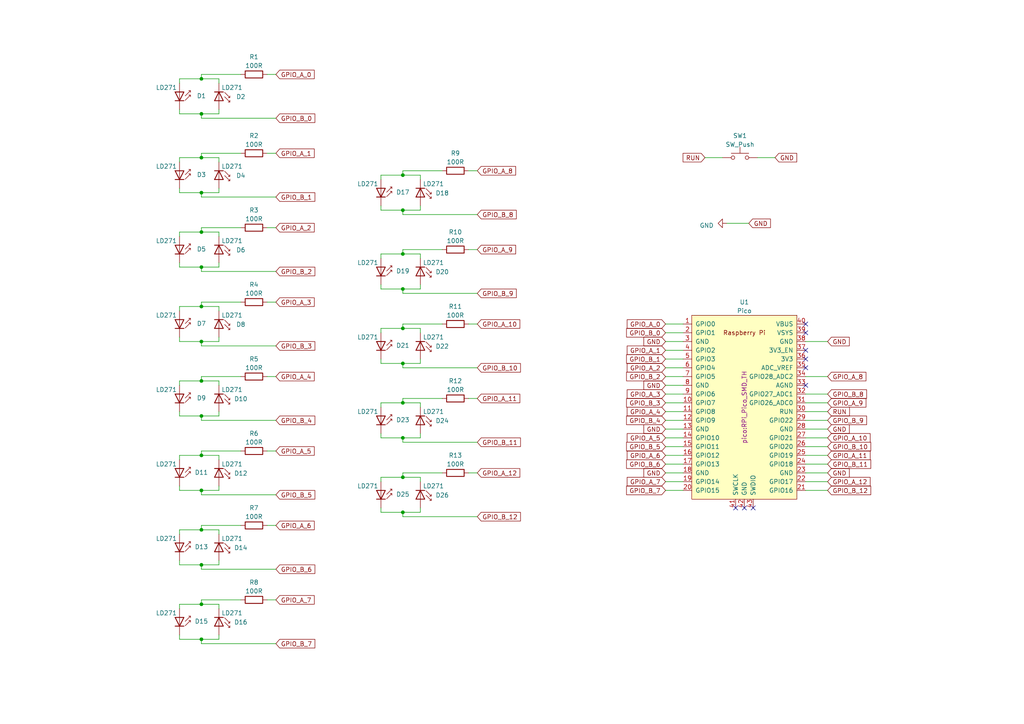
<source format=kicad_sch>
(kicad_sch (version 20230121) (generator eeschema)
  (paper "A4")
  (title_block (title "Raspberry Pi Pico DIO Tester") (rev "A00") (company "Panduza"))
  (lib_symbols
    (symbol "Device:R" (pin_numbers hide) (pin_names (offset 0))
      (property "Reference" "R" (at 2.032 0 90))
      (property "Value" "R" (at 0 0 90))
      (symbol "R_0_1"
        (rectangle (start -1.016 -2.54) (end 1.016 2.54) (stroke (width 0.254)))
      )
      (symbol "R_1_1"
        (pin passive line (at 0 3.81 270) (length 1.27) (name "~") (number "1"))
        (pin passive line (at 0 -3.81 90) (length 1.27) (name "~") (number "2"))
      )
    )
    (symbol "LED:LD271" (pin_numbers hide) (pin_names (offset 1.016) hide)
      (property "Reference" "D" (at 0.508 1.778 0))
      (property "Value" "LD271" (at -1.016 -2.794 0))
      (symbol "LD271_0_1"
        (polyline (pts (xy -2.54 1.27) (xy -2.54 -1.27)) (stroke (width 0.254)))
        (polyline (pts (xy 0 0) (xy -2.54 0)))
        (polyline (pts (xy 0.381 3.175) (xy -0.127 3.175)))
        (polyline (pts (xy -1.143 1.651) (xy 0.381 3.175) (xy 0.381 2.667)))
        (polyline (pts (xy 0 -1.27) (xy -2.54 0) (xy 0 1.27) (xy 0 -1.27)) (stroke (width 0.254)))
        (polyline (pts (xy -2.413 1.651) (xy -0.889 3.175) (xy -0.889 2.667) (xy -0.889 3.175) (xy -1.397 3.175)))
      )
      (symbol "LD271_1_1"
        (pin passive line (at -5.08 0 0) (length 2.54) (name "K") (number "1"))
        (pin passive line (at 2.54 0 180) (length 2.54) (name "A") (number "2"))
      )
    )
    (symbol "Switch:SW_Push" (pin_numbers hide) (pin_names (offset 1.016) hide)
      (property "Reference" "SW" (at 1.27 2.54 0))
      (property "Value" "SW_Push" (at 0 -1.524 0))
      (symbol "SW_Push_0_1"
        (circle (center -2.032 0) (radius 0.508))
        (polyline (pts (xy 0 1.27) (xy 0 3.048)))
        (polyline (pts (xy 2.54 1.27) (xy -2.54 1.27)))
        (circle (center 2.032 0) (radius 0.508))
        (pin passive line (at -5.08 0 0) (length 2.54) (name "1") (number "1"))
        (pin passive line (at 5.08 0 180) (length 2.54) (name "2") (number "2"))
      )
    )
    (symbol "pico:Pico" (pin_names (offset 1.016))
      (property "Reference" "U" (at -13.97 27.94 0))
      (property "Value" "Pico" (at 0 19.05 0))
      (symbol "Pico_0_0"
        (text "Raspberry Pi" (at 0 21.59 0) (effects (font (size 1.27 1.27))))
      )
      (symbol "Pico_0_1"
        (rectangle (start -15.24 26.67) (end 15.24 -26.67) (fill (type background)))
      )
      (symbol "Pico_1_1"
        (pin bidirectional line (at -17.78 24.13 0) (length 2.54) (name "GPIO0") (number "1"))
        (pin bidirectional line (at -17.78 1.27 0) (length 2.54) (name "GPIO7") (number "10"))
        (pin bidirectional line (at -17.78 -1.27 0) (length 2.54) (name "GPIO8") (number "11"))
        (pin bidirectional line (at -17.78 -3.81 0) (length 2.54) (name "GPIO9") (number "12"))
        (pin power_in line (at -17.78 -6.35 0) (length 2.54) (name "GND") (number "13"))
        (pin bidirectional line (at -17.78 -8.89 0) (length 2.54) (name "GPIO10") (number "14"))
        (pin bidirectional line (at -17.78 -11.43 0) (length 2.54) (name "GPIO11") (number "15"))
        (pin bidirectional line (at -17.78 -13.97 0) (length 2.54) (name "GPIO12") (number "16"))
        (pin bidirectional line (at -17.78 -16.51 0) (length 2.54) (name "GPIO13") (number "17"))
        (pin power_in line (at -17.78 -19.05 0) (length 2.54) (name "GND") (number "18"))
        (pin bidirectional line (at -17.78 -21.59 0) (length 2.54) (name "GPIO14") (number "19"))
        (pin bidirectional line (at -17.78 21.59 0) (length 2.54) (name "GPIO1") (number "2"))
        (pin bidirectional line (at -17.78 -24.13 0) (length 2.54) (name "GPIO15") (number "20"))
        (pin bidirectional line (at 17.78 -24.13 180) (length 2.54) (name "GPIO16") (number "21"))
        (pin bidirectional line (at 17.78 -21.59 180) (length 2.54) (name "GPIO17") (number "22"))
        (pin power_in line (at 17.78 -19.05 180) (length 2.54) (name "GND") (number "23"))
        (pin bidirectional line (at 17.78 -16.51 180) (length 2.54) (name "GPIO18") (number "24"))
        (pin bidirectional line (at 17.78 -13.97 180) (length 2.54) (name "GPIO19") (number "25"))
        (pin bidirectional line (at 17.78 -11.43 180) (length 2.54) (name "GPIO20") (number "26"))
        (pin bidirectional line (at 17.78 -8.89 180) (length 2.54) (name "GPIO21") (number "27"))
        (pin power_in line (at 17.78 -6.35 180) (length 2.54) (name "GND") (number "28"))
        (pin bidirectional line (at 17.78 -3.81 180) (length 2.54) (name "GPIO22") (number "29"))
        (pin power_in line (at -17.78 19.05 0) (length 2.54) (name "GND") (number "3"))
        (pin input line (at 17.78 -1.27 180) (length 2.54) (name "RUN") (number "30"))
        (pin bidirectional line (at 17.78 1.27 180) (length 2.54) (name "GPIO26_ADC0") (number "31"))
        (pin bidirectional line (at 17.78 3.81 180) (length 2.54) (name "GPIO27_ADC1") (number "32"))
        (pin power_in line (at 17.78 6.35 180) (length 2.54) (name "AGND") (number "33"))
        (pin bidirectional line (at 17.78 8.89 180) (length 2.54) (name "GPIO28_ADC2") (number "34"))
        (pin unspecified line (at 17.78 11.43 180) (length 2.54) (name "ADC_VREF") (number "35"))
        (pin unspecified line (at 17.78 13.97 180) (length 2.54) (name "3V3") (number "36"))
        (pin input line (at 17.78 16.51 180) (length 2.54) (name "3V3_EN") (number "37"))
        (pin bidirectional line (at 17.78 19.05 180) (length 2.54) (name "GND") (number "38"))
        (pin unspecified line (at 17.78 21.59 180) (length 2.54) (name "VSYS") (number "39"))
        (pin bidirectional line (at -17.78 16.51 0) (length 2.54) (name "GPIO2") (number "4"))
        (pin unspecified line (at 17.78 24.13 180) (length 2.54) (name "VBUS") (number "40"))
        (pin input line (at -2.54 -29.21 90) (length 2.54) (name "SWCLK") (number "41"))
        (pin power_in line (at 0 -29.21 90) (length 2.54) (name "GND") (number "42"))
        (pin bidirectional line (at 2.54 -29.21 90) (length 2.54) (name "SWDIO") (number "43"))
        (pin bidirectional line (at -17.78 13.97 0) (length 2.54) (name "GPIO3") (number "5"))
        (pin bidirectional line (at -17.78 11.43 0) (length 2.54) (name "GPIO4") (number "6"))
        (pin bidirectional line (at -17.78 8.89 0) (length 2.54) (name "GPIO5") (number "7"))
        (pin power_in line (at -17.78 6.35 0) (length 2.54) (name "GND") (number "8"))
        (pin bidirectional line (at -17.78 3.81 0) (length 2.54) (name "GPIO6") (number "9"))
      )
    )
    (symbol "power:GND" (power) (pin_names (offset 0))
      (property "Value" "GND" (at 0 -3.81 0))
      (symbol "GND_0_1"
        (polyline (pts (xy 0 0) (xy 0 -1.27) (xy 1.27 -1.27) (xy 0 -2.54) (xy -1.27 -1.27) (xy 0 -1.27)))
      )
      (symbol "GND_1_1"
        (pin power_in line (at 0 0 270) (length 0) hide (name "GND") (number "1"))
      )
    )
  )
  (junction (at 116.84 116.84))
  (junction (at 58.42 45.72))
  (junction (at 58.42 33.02))
  (junction (at 116.84 127))
  (junction (at 116.84 148.59))
  (junction (at 58.42 175.26))
  (junction (at 58.42 132.08))
  (junction (at 58.42 110.49))
  (junction (at 116.84 83.82))
  (junction (at 116.84 73.66))
  (junction (at 58.42 163.83))
  (junction (at 116.84 95.25))
  (junction (at 116.84 50.8))
  (junction (at 58.42 99.06))
  (junction (at 58.42 67.31))
  (junction (at 58.42 185.42))
  (junction (at 58.42 77.47))
  (junction (at 58.42 153.67))
  (junction (at 58.42 120.65))
  (junction (at 58.42 88.9))
  (junction (at 116.84 105.41))
  (junction (at 116.84 138.43))
  (junction (at 58.42 22.86))
  (junction (at 58.42 55.88))
  (junction (at 116.84 60.96))
  (junction (at 58.42 142.24))
  (no_connect (at 233.68 111.76))
  (no_connect (at 233.68 96.52))
  (no_connect (at 215.9 147.32))
  (no_connect (at 233.68 104.14))
  (no_connect (at 213.36 147.32))
  (no_connect (at 233.68 106.68))
  (no_connect (at 233.68 101.6))
  (no_connect (at 233.68 93.98))
  (no_connect (at 218.44 147.32))
  (wire (pts (xy 193.04 139.7) (xy 198.12 139.7)))
  (wire (pts (xy 52.07 176.53) (xy 52.07 175.26)))
  (wire (pts (xy 58.42 152.4) (xy 69.85 152.4)))
  (wire (pts (xy 116.84 138.43) (xy 121.92 138.43)))
  (wire (pts (xy 63.5 110.49) (xy 63.5 111.76)))
  (wire (pts (xy 193.04 127) (xy 198.12 127)))
  (wire (pts (xy 193.04 96.52) (xy 198.12 96.52)))
  (wire (pts (xy 219.71 45.72) (xy 224.79 45.72)))
  (wire (pts (xy 193.04 111.76) (xy 198.12 111.76)))
  (wire (pts (xy 233.68 116.84) (xy 240.03 116.84)))
  (wire (pts (xy 193.04 109.22) (xy 198.12 109.22)))
  (wire (pts (xy 58.42 66.04) (xy 58.42 67.31)))
  (wire (pts (xy 110.49 125.73) (xy 110.49 127)))
  (wire (pts (xy 193.04 129.54) (xy 198.12 129.54)))
  (wire (pts (xy 63.5 77.47) (xy 58.42 77.47)))
  (wire (pts (xy 63.5 163.83) (xy 63.5 162.56)))
  (wire (pts (xy 58.42 109.22) (xy 58.42 110.49)))
  (wire (pts (xy 193.04 124.46) (xy 198.12 124.46)))
  (wire (pts (xy 58.42 100.33) (xy 58.42 99.06)))
  (wire (pts (xy 116.84 116.84) (xy 121.92 116.84)))
  (wire (pts (xy 58.42 143.51) (xy 58.42 142.24)))
  (wire (pts (xy 63.5 45.72) (xy 63.5 46.99)))
  (wire (pts (xy 58.42 173.99) (xy 58.42 175.26)))
  (wire (pts (xy 193.04 116.84) (xy 198.12 116.84)))
  (wire (pts (xy 58.42 87.63) (xy 58.42 88.9)))
  (wire (pts (xy 121.92 83.82) (xy 121.92 82.55)))
  (wire (pts (xy 63.5 55.88) (xy 58.42 55.88)))
  (wire (pts (xy 52.07 111.76) (xy 52.07 110.49)))
  (wire (pts (xy 135.89 137.16) (xy 138.43 137.16)))
  (wire (pts (xy 193.04 93.98) (xy 198.12 93.98)))
  (wire (pts (xy 116.84 95.25) (xy 121.92 95.25)))
  (wire (pts (xy 110.49 104.14) (xy 110.49 105.41)))
  (wire (pts (xy 52.07 31.75) (xy 52.07 33.02)))
  (wire (pts (xy 52.07 24.13) (xy 52.07 22.86)))
  (wire (pts (xy 193.04 106.68) (xy 198.12 106.68)))
  (wire (pts (xy 193.04 137.16) (xy 198.12 137.16)))
  (wire (pts (xy 121.92 50.8) (xy 121.92 52.07)))
  (wire (pts (xy 193.04 104.14) (xy 198.12 104.14)))
  (wire (pts (xy 110.49 73.66) (xy 116.84 73.66)))
  (wire (pts (xy 110.49 50.8) (xy 116.84 50.8)))
  (wire (pts (xy 52.07 46.99) (xy 52.07 45.72)))
  (wire (pts (xy 116.84 72.39) (xy 116.84 73.66)))
  (wire (pts (xy 116.84 128.27) (xy 138.43 128.27)))
  (wire (pts (xy 63.5 185.42) (xy 58.42 185.42)))
  (wire (pts (xy 110.49 147.32) (xy 110.49 148.59)))
  (wire (pts (xy 121.92 127) (xy 116.84 127)))
  (wire (pts (xy 58.42 78.74) (xy 80.01 78.74)))
  (wire (pts (xy 116.84 50.8) (xy 121.92 50.8)))
  (wire (pts (xy 58.42 175.26) (xy 63.5 175.26)))
  (wire (pts (xy 233.68 121.92) (xy 240.03 121.92)))
  (wire (pts (xy 116.84 60.96) (xy 110.49 60.96)))
  (wire (pts (xy 63.5 22.86) (xy 63.5 24.13)))
  (wire (pts (xy 58.42 57.15) (xy 80.01 57.15)))
  (wire (pts (xy 121.92 127) (xy 121.92 125.73)))
  (wire (pts (xy 52.07 90.17) (xy 52.07 88.9)))
  (wire (pts (xy 52.07 54.61) (xy 52.07 55.88)))
  (wire (pts (xy 58.42 165.1) (xy 58.42 163.83)))
  (wire (pts (xy 52.07 133.35) (xy 52.07 132.08)))
  (wire (pts (xy 52.07 88.9) (xy 58.42 88.9)))
  (wire (pts (xy 116.84 93.98) (xy 128.27 93.98)))
  (wire (pts (xy 63.5 185.42) (xy 63.5 184.15)))
  (wire (pts (xy 58.42 143.51) (xy 80.01 143.51)))
  (wire (pts (xy 77.47 130.81) (xy 80.01 130.81)))
  (wire (pts (xy 52.07 68.58) (xy 52.07 67.31)))
  (wire (pts (xy 63.5 132.08) (xy 63.5 133.35)))
  (wire (pts (xy 52.07 162.56) (xy 52.07 163.83)))
  (wire (pts (xy 135.89 115.57) (xy 138.43 115.57)))
  (wire (pts (xy 233.68 142.24) (xy 240.03 142.24)))
  (wire (pts (xy 116.84 106.68) (xy 138.43 106.68)))
  (wire (pts (xy 63.5 99.06) (xy 58.42 99.06)))
  (wire (pts (xy 58.42 22.86) (xy 63.5 22.86)))
  (wire (pts (xy 204.47 45.72) (xy 209.55 45.72)))
  (wire (pts (xy 121.92 95.25) (xy 121.92 96.52)))
  (wire (pts (xy 63.5 120.65) (xy 63.5 119.38)))
  (wire (pts (xy 116.84 62.23) (xy 116.84 60.96)))
  (wire (pts (xy 58.42 109.22) (xy 69.85 109.22)))
  (wire (pts (xy 52.07 175.26) (xy 58.42 175.26)))
  (wire (pts (xy 58.42 121.92) (xy 58.42 120.65)))
  (wire (pts (xy 116.84 83.82) (xy 110.49 83.82)))
  (wire (pts (xy 110.49 96.52) (xy 110.49 95.25)))
  (wire (pts (xy 63.5 142.24) (xy 58.42 142.24)))
  (wire (pts (xy 110.49 95.25) (xy 116.84 95.25)))
  (wire (pts (xy 121.92 60.96) (xy 116.84 60.96)))
  (wire (pts (xy 58.42 130.81) (xy 69.85 130.81)))
  (wire (pts (xy 63.5 67.31) (xy 63.5 68.58)))
  (wire (pts (xy 63.5 153.67) (xy 63.5 154.94)))
  (wire (pts (xy 58.42 34.29) (xy 58.42 33.02)))
  (wire (pts (xy 58.42 142.24) (xy 52.07 142.24)))
  (wire (pts (xy 77.47 109.22) (xy 80.01 109.22)))
  (wire (pts (xy 58.42 78.74) (xy 58.42 77.47)))
  (wire (pts (xy 58.42 99.06) (xy 52.07 99.06)))
  (wire (pts (xy 233.68 139.7) (xy 240.03 139.7)))
  (wire (pts (xy 58.42 186.69) (xy 58.42 185.42)))
  (wire (pts (xy 58.42 163.83) (xy 52.07 163.83)))
  (wire (pts (xy 233.68 124.46) (xy 240.03 124.46)))
  (wire (pts (xy 58.42 57.15) (xy 58.42 55.88)))
  (wire (pts (xy 116.84 72.39) (xy 128.27 72.39)))
  (wire (pts (xy 233.68 129.54) (xy 240.03 129.54)))
  (wire (pts (xy 58.42 44.45) (xy 69.85 44.45)))
  (wire (pts (xy 121.92 116.84) (xy 121.92 118.11)))
  (wire (pts (xy 233.68 99.06) (xy 240.03 99.06)))
  (wire (pts (xy 121.92 138.43) (xy 121.92 139.7)))
  (wire (pts (xy 116.84 137.16) (xy 116.84 138.43)))
  (wire (pts (xy 52.07 110.49) (xy 58.42 110.49)))
  (wire (pts (xy 58.42 110.49) (xy 63.5 110.49)))
  (wire (pts (xy 63.5 120.65) (xy 58.42 120.65)))
  (wire (pts (xy 58.42 21.59) (xy 58.42 22.86)))
  (wire (pts (xy 135.89 72.39) (xy 138.43 72.39)))
  (wire (pts (xy 52.07 45.72) (xy 58.42 45.72)))
  (wire (pts (xy 116.84 149.86) (xy 116.84 148.59)))
  (wire (pts (xy 110.49 139.7) (xy 110.49 138.43)))
  (wire (pts (xy 233.68 114.3) (xy 240.03 114.3)))
  (wire (pts (xy 77.47 21.59) (xy 80.01 21.59)))
  (wire (pts (xy 58.42 77.47) (xy 52.07 77.47)))
  (wire (pts (xy 135.89 93.98) (xy 138.43 93.98)))
  (wire (pts (xy 58.42 88.9) (xy 63.5 88.9)))
  (wire (pts (xy 116.84 115.57) (xy 116.84 116.84)))
  (wire (pts (xy 121.92 105.41) (xy 116.84 105.41)))
  (wire (pts (xy 116.84 93.98) (xy 116.84 95.25)))
  (wire (pts (xy 77.47 66.04) (xy 80.01 66.04)))
  (wire (pts (xy 58.42 44.45) (xy 58.42 45.72)))
  (wire (pts (xy 116.84 115.57) (xy 128.27 115.57)))
  (wire (pts (xy 193.04 101.6) (xy 198.12 101.6)))
  (wire (pts (xy 58.42 173.99) (xy 69.85 173.99)))
  (wire (pts (xy 110.49 59.69) (xy 110.49 60.96)))
  (wire (pts (xy 52.07 119.38) (xy 52.07 120.65)))
  (wire (pts (xy 63.5 55.88) (xy 63.5 54.61)))
  (wire (pts (xy 63.5 163.83) (xy 58.42 163.83)))
  (wire (pts (xy 52.07 97.79) (xy 52.07 99.06)))
  (wire (pts (xy 63.5 33.02) (xy 58.42 33.02)))
  (wire (pts (xy 52.07 132.08) (xy 58.42 132.08)))
  (wire (pts (xy 135.89 49.53) (xy 138.43 49.53)))
  (wire (pts (xy 116.84 128.27) (xy 116.84 127)))
  (wire (pts (xy 52.07 153.67) (xy 58.42 153.67)))
  (wire (pts (xy 63.5 142.24) (xy 63.5 140.97)))
  (wire (pts (xy 116.84 62.23) (xy 138.43 62.23)))
  (wire (pts (xy 58.42 33.02) (xy 52.07 33.02)))
  (wire (pts (xy 116.84 148.59) (xy 110.49 148.59)))
  (wire (pts (xy 58.42 153.67) (xy 63.5 153.67)))
  (wire (pts (xy 110.49 82.55) (xy 110.49 83.82)))
  (wire (pts (xy 233.68 132.08) (xy 240.03 132.08)))
  (wire (pts (xy 193.04 99.06) (xy 198.12 99.06)))
  (wire (pts (xy 116.84 85.09) (xy 116.84 83.82)))
  (wire (pts (xy 58.42 165.1) (xy 80.01 165.1)))
  (wire (pts (xy 77.47 87.63) (xy 80.01 87.63)))
  (wire (pts (xy 58.42 121.92) (xy 80.01 121.92)))
  (wire (pts (xy 58.42 55.88) (xy 52.07 55.88)))
  (wire (pts (xy 52.07 76.2) (xy 52.07 77.47)))
  (wire (pts (xy 110.49 74.93) (xy 110.49 73.66)))
  (wire (pts (xy 58.42 100.33) (xy 80.01 100.33)))
  (wire (pts (xy 116.84 105.41) (xy 110.49 105.41)))
  (wire (pts (xy 110.49 52.07) (xy 110.49 50.8)))
  (wire (pts (xy 116.84 73.66) (xy 121.92 73.66)))
  (wire (pts (xy 193.04 142.24) (xy 198.12 142.24)))
  (wire (pts (xy 58.42 21.59) (xy 69.85 21.59)))
  (wire (pts (xy 52.07 22.86) (xy 58.42 22.86)))
  (wire (pts (xy 233.68 109.22) (xy 240.03 109.22)))
  (wire (pts (xy 58.42 185.42) (xy 52.07 185.42)))
  (wire (pts (xy 193.04 121.92) (xy 198.12 121.92)))
  (wire (pts (xy 58.42 45.72) (xy 63.5 45.72)))
  (wire (pts (xy 52.07 67.31) (xy 58.42 67.31)))
  (wire (pts (xy 52.07 140.97) (xy 52.07 142.24)))
  (wire (pts (xy 121.92 148.59) (xy 116.84 148.59)))
  (wire (pts (xy 116.84 106.68) (xy 116.84 105.41)))
  (wire (pts (xy 63.5 33.02) (xy 63.5 31.75)))
  (wire (pts (xy 193.04 134.62) (xy 198.12 134.62)))
  (wire (pts (xy 217.17 64.77) (xy 210.82 64.77)))
  (wire (pts (xy 116.84 137.16) (xy 128.27 137.16)))
  (wire (pts (xy 116.84 85.09) (xy 138.43 85.09)))
  (wire (pts (xy 63.5 175.26) (xy 63.5 176.53)))
  (wire (pts (xy 233.68 134.62) (xy 240.03 134.62)))
  (wire (pts (xy 77.47 44.45) (xy 80.01 44.45)))
  (wire (pts (xy 110.49 118.11) (xy 110.49 116.84)))
  (wire (pts (xy 58.42 87.63) (xy 69.85 87.63)))
  (wire (pts (xy 116.84 127) (xy 110.49 127)))
  (wire (pts (xy 121.92 60.96) (xy 121.92 59.69)))
  (wire (pts (xy 63.5 88.9) (xy 63.5 90.17)))
  (wire (pts (xy 193.04 114.3) (xy 198.12 114.3)))
  (wire (pts (xy 121.92 148.59) (xy 121.92 147.32)))
  (wire (pts (xy 121.92 105.41) (xy 121.92 104.14)))
  (wire (pts (xy 116.84 49.53) (xy 128.27 49.53)))
  (wire (pts (xy 116.84 149.86) (xy 138.43 149.86)))
  (wire (pts (xy 58.42 132.08) (xy 63.5 132.08)))
  (wire (pts (xy 121.92 83.82) (xy 116.84 83.82)))
  (wire (pts (xy 110.49 138.43) (xy 116.84 138.43)))
  (wire (pts (xy 63.5 77.47) (xy 63.5 76.2)))
  (wire (pts (xy 58.42 34.29) (xy 80.01 34.29)))
  (wire (pts (xy 121.92 73.66) (xy 121.92 74.93)))
  (wire (pts (xy 233.68 119.38) (xy 240.03 119.38)))
  (wire (pts (xy 77.47 152.4) (xy 80.01 152.4)))
  (wire (pts (xy 116.84 49.53) (xy 116.84 50.8)))
  (wire (pts (xy 58.42 67.31) (xy 63.5 67.31)))
  (wire (pts (xy 193.04 119.38) (xy 198.12 119.38)))
  (wire (pts (xy 58.42 66.04) (xy 69.85 66.04)))
  (wire (pts (xy 58.42 186.69) (xy 80.01 186.69)))
  (wire (pts (xy 77.47 173.99) (xy 80.01 173.99)))
  (wire (pts (xy 52.07 154.94) (xy 52.07 153.67)))
  (wire (pts (xy 58.42 130.81) (xy 58.42 132.08)))
  (wire (pts (xy 63.5 99.06) (xy 63.5 97.79)))
  (wire (pts (xy 52.07 184.15) (xy 52.07 185.42)))
  (wire (pts (xy 110.49 116.84) (xy 116.84 116.84)))
  (wire (pts (xy 58.42 152.4) (xy 58.42 153.67)))
  (wire (pts (xy 233.68 127) (xy 240.03 127)))
  (wire (pts (xy 233.68 137.16) (xy 240.03 137.16)))
  (wire (pts (xy 193.04 132.08) (xy 198.12 132.08)))
  (wire (pts (xy 58.42 120.65) (xy 52.07 120.65)))
  (global_label "GND" (shape input) (at 193.04 124.46 180) (property "Intersheetrefs" "${INTERSHEET_REFS}" (effects hide)))
  (global_label "GPIO_B_2" (shape input) (at 193.04 109.22 180) (property "Intersheetrefs" "${INTERSHEET_REFS}" (effects hide)))
  (global_label "GPIO_B_4" (shape input) (at 80.01 121.92 0) (property "Intersheetrefs" "${INTERSHEET_REFS}" (effects hide)))
  (global_label "GPIO_B_11" (shape input) (at 138.43 128.27 0) (property "Intersheetrefs" "${INTERSHEET_REFS}" (effects hide)))
  (global_label "GPIO_A_0" (shape input) (at 193.04 93.98 180) (property "Intersheetrefs" "${INTERSHEET_REFS}" (effects hide)))
  (global_label "GPIO_B_3" (shape input) (at 193.04 116.84 180) (property "Intersheetrefs" "${INTERSHEET_REFS}" (effects hide)))
  (global_label "GPIO_A_11" (shape input) (at 138.43 115.57 0) (property "Intersheetrefs" "${INTERSHEET_REFS}" (effects hide)))
  (global_label "GPIO_A_5" (shape input) (at 193.04 127 180) (property "Intersheetrefs" "${INTERSHEET_REFS}" (effects hide)))
  (global_label "GPIO_A_12" (shape input) (at 240.03 139.7 0) (property "Intersheetrefs" "${INTERSHEET_REFS}" (effects hide)))
  (global_label "GPIO_B_5" (shape input) (at 80.01 143.51 0) (property "Intersheetrefs" "${INTERSHEET_REFS}" (effects hide)))
  (global_label "GND" (shape input) (at 193.04 137.16 180) (property "Intersheetrefs" "${INTERSHEET_REFS}" (effects hide)))
  (global_label "GPIO_B_1" (shape input) (at 193.04 104.14 180) (property "Intersheetrefs" "${INTERSHEET_REFS}" (effects hide)))
  (global_label "GPIO_A_7" (shape input) (at 80.01 173.99 0) (property "Intersheetrefs" "${INTERSHEET_REFS}" (effects hide)))
  (global_label "GPIO_B_6" (shape input) (at 193.04 134.62 180) (property "Intersheetrefs" "${INTERSHEET_REFS}" (effects hide)))
  (global_label "GPIO_A_9" (shape input) (at 240.03 116.84 0) (property "Intersheetrefs" "${INTERSHEET_REFS}" (effects hide)))
  (global_label "GPIO_B_1" (shape input) (at 80.01 57.15 0) (property "Intersheetrefs" "${INTERSHEET_REFS}" (effects hide)))
  (global_label "GPIO_A_9" (shape input) (at 138.43 72.39 0) (property "Intersheetrefs" "${INTERSHEET_REFS}" (effects hide)))
  (global_label "GPIO_B_9" (shape input) (at 240.03 121.92 0) (property "Intersheetrefs" "${INTERSHEET_REFS}" (effects hide)))
  (global_label "GPIO_B_4" (shape input) (at 193.04 121.92 180) (property "Intersheetrefs" "${INTERSHEET_REFS}" (effects hide)))
  (global_label "GPIO_A_3" (shape input) (at 80.01 87.63 0) (property "Intersheetrefs" "${INTERSHEET_REFS}" (effects hide)))
  (global_label "GPIO_A_3" (shape input) (at 193.04 114.3 180) (property "Intersheetrefs" "${INTERSHEET_REFS}" (effects hide)))
  (global_label "GPIO_B_8" (shape input) (at 240.03 114.3 0) (property "Intersheetrefs" "${INTERSHEET_REFS}" (effects hide)))
  (global_label "GPIO_A_1" (shape input) (at 193.04 101.6 180) (property "Intersheetrefs" "${INTERSHEET_REFS}" (effects hide)))
  (global_label "GPIO_B_3" (shape input) (at 80.01 100.33 0) (property "Intersheetrefs" "${INTERSHEET_REFS}" (effects hide)))
  (global_label "GPIO_A_2" (shape input) (at 80.01 66.04 0) (property "Intersheetrefs" "${INTERSHEET_REFS}" (effects hide)))
  (global_label "GND" (shape input) (at 224.79 45.72 0) (property "Intersheetrefs" "${INTERSHEET_REFS}" (effects hide)))
  (global_label "GPIO_B_12" (shape input) (at 240.03 142.24 0) (property "Intersheetrefs" "${INTERSHEET_REFS}" (effects hide)))
  (global_label "GPIO_B_7" (shape input) (at 80.01 186.69 0) (property "Intersheetrefs" "${INTERSHEET_REFS}" (effects hide)))
  (global_label "GPIO_B_6" (shape input) (at 80.01 165.1 0) (property "Intersheetrefs" "${INTERSHEET_REFS}" (effects hide)))
  (global_label "GND" (shape input) (at 240.03 137.16 0) (property "Intersheetrefs" "${INTERSHEET_REFS}" (effects hide)))
  (global_label "GPIO_B_0" (shape input) (at 193.04 96.52 180) (property "Intersheetrefs" "${INTERSHEET_REFS}" (effects hide)))
  (global_label "GND" (shape input) (at 193.04 99.06 180) (property "Intersheetrefs" "${INTERSHEET_REFS}" (effects hide)))
  (global_label "GPIO_B_8" (shape input) (at 138.43 62.23 0) (property "Intersheetrefs" "${INTERSHEET_REFS}" (effects hide)))
  (global_label "GND" (shape input) (at 240.03 99.06 0) (property "Intersheetrefs" "${INTERSHEET_REFS}" (effects hide)))
  (global_label "GND" (shape input) (at 240.03 124.46 0) (property "Intersheetrefs" "${INTERSHEET_REFS}" (effects hide)))
  (global_label "GPIO_A_7" (shape input) (at 193.04 139.7 180) (property "Intersheetrefs" "${INTERSHEET_REFS}" (effects hide)))
  (global_label "GPIO_B_10" (shape input) (at 138.43 106.68 0) (property "Intersheetrefs" "${INTERSHEET_REFS}" (effects hide)))
  (global_label "GPIO_A_8" (shape input) (at 240.03 109.22 0) (property "Intersheetrefs" "${INTERSHEET_REFS}" (effects hide)))
  (global_label "GPIO_B_2" (shape input) (at 80.01 78.74 0) (property "Intersheetrefs" "${INTERSHEET_REFS}" (effects hide)))
  (global_label "GPIO_A_2" (shape input) (at 193.04 106.68 180) (property "Intersheetrefs" "${INTERSHEET_REFS}" (effects hide)))
  (global_label "GPIO_A_5" (shape input) (at 80.01 130.81 0) (property "Intersheetrefs" "${INTERSHEET_REFS}" (effects hide)))
  (global_label "GPIO_A_11" (shape input) (at 240.03 132.08 0) (property "Intersheetrefs" "${INTERSHEET_REFS}" (effects hide)))
  (global_label "GPIO_A_12" (shape input) (at 138.43 137.16 0) (property "Intersheetrefs" "${INTERSHEET_REFS}" (effects hide)))
  (global_label "RUN" (shape input) (at 240.03 119.38 0) (property "Intersheetrefs" "${INTERSHEET_REFS}" (effects hide)))
  (global_label "GPIO_B_0" (shape input) (at 80.01 34.29 0) (property "Intersheetrefs" "${INTERSHEET_REFS}" (effects hide)))
  (global_label "GPIO_A_8" (shape input) (at 138.43 49.53 0) (property "Intersheetrefs" "${INTERSHEET_REFS}" (effects hide)))
  (global_label "GPIO_B_9" (shape input) (at 138.43 85.09 0) (property "Intersheetrefs" "${INTERSHEET_REFS}" (effects hide)))
  (global_label "RUN" (shape input) (at 204.47 45.72 180) (property "Intersheetrefs" "${INTERSHEET_REFS}" (effects hide)))
  (global_label "GND" (shape input) (at 193.04 111.76 180) (property "Intersheetrefs" "${INTERSHEET_REFS}" (effects hide)))
  (global_label "GPIO_B_12" (shape input) (at 138.43 149.86 0) (property "Intersheetrefs" "${INTERSHEET_REFS}" (effects hide)))
  (global_label "GND" (shape input) (at 217.17 64.77 0) (property "Intersheetrefs" "${INTERSHEET_REFS}" (effects hide)))
  (global_label "GPIO_A_4" (shape input) (at 80.01 109.22 0) (property "Intersheetrefs" "${INTERSHEET_REFS}" (effects hide)))
  (global_label "GPIO_A_0" (shape input) (at 80.01 21.59 0) (property "Intersheetrefs" "${INTERSHEET_REFS}" (effects hide)))
  (global_label "GPIO_B_10" (shape input) (at 240.03 129.54 0) (property "Intersheetrefs" "${INTERSHEET_REFS}" (effects hide)))
  (global_label "GPIO_A_10" (shape input) (at 138.43 93.98 0) (property "Intersheetrefs" "${INTERSHEET_REFS}" (effects hide)))
  (global_label "GPIO_A_6" (shape input) (at 80.01 152.4 0) (property "Intersheetrefs" "${INTERSHEET_REFS}" (effects hide)))
  (global_label "GPIO_A_10" (shape input) (at 240.03 127 0) (property "Intersheetrefs" "${INTERSHEET_REFS}" (effects hide)))
  (global_label "GPIO_B_7" (shape input) (at 193.04 142.24 180) (property "Intersheetrefs" "${INTERSHEET_REFS}" (effects hide)))
  (global_label "GPIO_A_1" (shape input) (at 80.01 44.45 0) (property "Intersheetrefs" "${INTERSHEET_REFS}" (effects hide)))
  (global_label "GPIO_A_6" (shape input) (at 193.04 132.08 180) (property "Intersheetrefs" "${INTERSHEET_REFS}" (effects hide)))
  (global_label "GPIO_B_5" (shape input) (at 193.04 129.54 180) (property "Intersheetrefs" "${INTERSHEET_REFS}" (effects hide)))
  (global_label "GPIO_A_4" (shape input) (at 193.04 119.38 180) (property "Intersheetrefs" "${INTERSHEET_REFS}" (effects hide)))
  (global_label "GPIO_B_11" (shape input) (at 240.03 134.62 0) (property "Intersheetrefs" "${INTERSHEET_REFS}" (effects hide)))
  (symbol (lib_id "LED:LD271") (at 52.07 114.3 270) (mirror x) (unit 1)
    (property "Reference" "D9" (at 58.42 115.443 90))
    (property "Value" "LD271" (at 48.26 113.03 90))
    (property "Footprint" "LED_THT:LED_D5.0mm_IRGrey" (effects hide))
    (property "Datasheet" "http://www.alliedelec.com/m/d/40788c34903a719969df15f1fbea1056.pdf" (effects hide))
  )
  (symbol (lib_id "Device:R") (at 73.66 109.22 90) (unit 1)
    (property "Reference" "R5" (at 73.66 104.14 90))
    (property "Value" "100R" (at 73.66 106.68 90))
    (property "Footprint" "Resistor_THT:R_Axial_DIN0207_L6.3mm_D2.5mm_P7.62mm_Horizontal" (effects hide))
  )
  (symbol (lib_id "LED:LD271") (at 52.07 157.48 270) (mirror x) (unit 1)
    (property "Reference" "D13" (at 58.42 158.623 90))
    (property "Value" "LD271" (at 48.26 156.21 90))
    (property "Footprint" "LED_THT:LED_D5.0mm_IRGrey" (effects hide))
    (property "Datasheet" "http://www.alliedelec.com/m/d/40788c34903a719969df15f1fbea1056.pdf" (effects hide))
  )
  (symbol (lib_id "LED:LD271") (at 63.5 181.61 270) (unit 1)
    (property "Reference" "D16" (at 69.85 180.467 90))
    (property "Value" "LD271" (at 67.31 177.8 90))
    (property "Footprint" "LED_THT:LED_D5.0mm_IRGrey" (effects hide))
    (property "Datasheet" "http://www.alliedelec.com/m/d/40788c34903a719969df15f1fbea1056.pdf" (effects hide))
  )
  (symbol (lib_id "LED:LD271") (at 110.49 99.06 270) (mirror x) (unit 1)
    (property "Reference" "D21" (at 116.84 100.203 90))
    (property "Value" "LD271" (at 106.68 97.79 90))
    (property "Footprint" "LED_THT:LED_D5.0mm_IRGrey" (effects hide))
    (property "Datasheet" "http://www.alliedelec.com/m/d/40788c34903a719969df15f1fbea1056.pdf" (effects hide))
  )
  (symbol (lib_id "LED:LD271") (at 52.07 179.07 270) (mirror x) (unit 1)
    (property "Reference" "D15" (at 58.42 180.213 90))
    (property "Value" "LD271" (at 48.26 177.8 90))
    (property "Footprint" "LED_THT:LED_D5.0mm_IRGrey" (effects hide))
    (property "Datasheet" "http://www.alliedelec.com/m/d/40788c34903a719969df15f1fbea1056.pdf" (effects hide))
  )
  (symbol (lib_id "Switch:SW_Push") (at 214.63 45.72 0) (unit 1)
    (property "Reference" "SW1" (at 214.63 39.37 0))
    (property "Value" "SW_Push" (at 214.63 41.91 0))
    (property "Footprint" "Button_Switch_THT:SW_PUSH_6mm_H5mm" (effects hide))
  )
  (symbol (lib_id "LED:LD271") (at 52.07 26.67 270) (mirror x) (unit 1)
    (property "Reference" "D1" (at 58.42 27.813 90))
    (property "Value" "LD271" (at 48.26 25.4 90))
    (property "Footprint" "LED_THT:LED_D5.0mm_IRGrey" (effects hide))
    (property "Datasheet" "http://www.alliedelec.com/m/d/40788c34903a719969df15f1fbea1056.pdf" (effects hide))
  )
  (symbol (lib_id "LED:LD271") (at 63.5 160.02 270) (unit 1)
    (property "Reference" "D14" (at 69.85 158.877 90))
    (property "Value" "LD271" (at 67.31 156.21 90))
    (property "Footprint" "LED_THT:LED_D5.0mm_IRGrey" (effects hide))
    (property "Datasheet" "http://www.alliedelec.com/m/d/40788c34903a719969df15f1fbea1056.pdf" (effects hide))
  )
  (symbol (lib_id "LED:LD271") (at 63.5 95.25 270) (unit 1)
    (property "Reference" "D8" (at 69.85 94.107 90))
    (property "Value" "LD271" (at 67.31 91.44 90))
    (property "Footprint" "LED_THT:LED_D5.0mm_IRGrey" (effects hide))
    (property "Datasheet" "http://www.alliedelec.com/m/d/40788c34903a719969df15f1fbea1056.pdf" (effects hide))
  )
  (symbol (lib_id "Device:R") (at 132.08 115.57 90) (unit 1)
    (property "Reference" "R12" (at 132.08 110.49 90))
    (property "Value" "100R" (at 132.08 113.03 90))
    (property "Footprint" "Resistor_THT:R_Axial_DIN0207_L6.3mm_D2.5mm_P7.62mm_Horizontal" (effects hide))
  )
  (symbol (lib_id "LED:LD271") (at 121.92 80.01 270) (unit 1)
    (property "Reference" "D20" (at 128.27 78.867 90))
    (property "Value" "LD271" (at 125.73 76.2 90))
    (property "Footprint" "LED_THT:LED_D5.0mm_IRGrey" (effects hide))
    (property "Datasheet" "http://www.alliedelec.com/m/d/40788c34903a719969df15f1fbea1056.pdf" (effects hide))
  )
  (symbol (lib_id "LED:LD271") (at 52.07 71.12 270) (mirror x) (unit 1)
    (property "Reference" "D5" (at 58.42 72.263 90))
    (property "Value" "LD271" (at 48.26 69.85 90))
    (property "Footprint" "LED_THT:LED_D5.0mm_IRGrey" (effects hide))
    (property "Datasheet" "http://www.alliedelec.com/m/d/40788c34903a719969df15f1fbea1056.pdf" (effects hide))
  )
  (symbol (lib_id "LED:LD271") (at 110.49 142.24 270) (mirror x) (unit 1)
    (property "Reference" "D25" (at 116.84 143.383 90))
    (property "Value" "LD271" (at 106.68 140.97 90))
    (property "Footprint" "LED_THT:LED_D5.0mm_IRGrey" (effects hide))
    (property "Datasheet" "http://www.alliedelec.com/m/d/40788c34903a719969df15f1fbea1056.pdf" (effects hide))
  )
  (symbol (lib_id "Device:R") (at 132.08 93.98 90) (unit 1)
    (property "Reference" "R11" (at 132.08 88.9 90))
    (property "Value" "100R" (at 132.08 91.44 90))
    (property "Footprint" "Resistor_THT:R_Axial_DIN0207_L6.3mm_D2.5mm_P7.62mm_Horizontal" (effects hide))
  )
  (symbol (lib_id "LED:LD271") (at 121.92 123.19 270) (unit 1)
    (property "Reference" "D24" (at 128.27 122.047 90))
    (property "Value" "LD271" (at 125.73 119.38 90))
    (property "Footprint" "LED_THT:LED_D5.0mm_IRGrey" (effects hide))
    (property "Datasheet" "http://www.alliedelec.com/m/d/40788c34903a719969df15f1fbea1056.pdf" (effects hide))
  )
  (symbol (lib_id "LED:LD271") (at 52.07 92.71 270) (mirror x) (unit 1)
    (property "Reference" "D7" (at 58.42 93.853 90))
    (property "Value" "LD271" (at 48.26 91.44 90))
    (property "Footprint" "LED_THT:LED_D5.0mm_IRGrey" (effects hide))
    (property "Datasheet" "http://www.alliedelec.com/m/d/40788c34903a719969df15f1fbea1056.pdf" (effects hide))
  )
  (symbol (lib_id "pico:Pico") (at 215.9 118.11 0) (unit 1)
    (property "Reference" "U1" (at 215.9 87.63 0))
    (property "Value" "Pico" (at 215.9 90.17 0))
    (property "Footprint" "pico:RPi_Pico_SMD_TH" (at 215.9 118.11 90))
  )
  (symbol (lib_id "LED:LD271") (at 52.07 49.53 270) (mirror x) (unit 1)
    (property "Reference" "D3" (at 58.42 50.673 90))
    (property "Value" "LD271" (at 48.26 48.26 90))
    (property "Footprint" "LED_THT:LED_D5.0mm_IRGrey" (effects hide))
    (property "Datasheet" "http://www.alliedelec.com/m/d/40788c34903a719969df15f1fbea1056.pdf" (effects hide))
  )
  (symbol (lib_id "LED:LD271") (at 121.92 101.6 270) (unit 1)
    (property "Reference" "D22" (at 128.27 100.457 90))
    (property "Value" "LD271" (at 125.73 97.79 90))
    (property "Footprint" "LED_THT:LED_D5.0mm_IRGrey" (effects hide))
    (property "Datasheet" "http://www.alliedelec.com/m/d/40788c34903a719969df15f1fbea1056.pdf" (effects hide))
  )
  (symbol (lib_id "LED:LD271") (at 121.92 144.78 270) (unit 1)
    (property "Reference" "D26" (at 128.27 143.637 90))
    (property "Value" "LD271" (at 125.73 140.97 90))
    (property "Footprint" "LED_THT:LED_D5.0mm_IRGrey" (effects hide))
    (property "Datasheet" "http://www.alliedelec.com/m/d/40788c34903a719969df15f1fbea1056.pdf" (effects hide))
  )
  (symbol (lib_id "LED:LD271") (at 63.5 29.21 270) (unit 1)
    (property "Reference" "D2" (at 69.85 28.067 90))
    (property "Value" "LD271" (at 67.31 25.4 90))
    (property "Footprint" "LED_THT:LED_D5.0mm_IRGrey" (effects hide))
    (property "Datasheet" "http://www.alliedelec.com/m/d/40788c34903a719969df15f1fbea1056.pdf" (effects hide))
  )
  (symbol (lib_id "LED:LD271") (at 63.5 73.66 270) (unit 1)
    (property "Reference" "D6" (at 69.85 72.517 90))
    (property "Value" "LD271" (at 67.31 69.85 90))
    (property "Footprint" "LED_THT:LED_D5.0mm_IRGrey" (effects hide))
    (property "Datasheet" "http://www.alliedelec.com/m/d/40788c34903a719969df15f1fbea1056.pdf" (effects hide))
  )
  (symbol (lib_id "LED:LD271") (at 63.5 52.07 270) (unit 1)
    (property "Reference" "D4" (at 69.85 50.927 90))
    (property "Value" "LD271" (at 67.31 48.26 90))
    (property "Footprint" "LED_THT:LED_D5.0mm_IRGrey" (effects hide))
    (property "Datasheet" "http://www.alliedelec.com/m/d/40788c34903a719969df15f1fbea1056.pdf" (effects hide))
  )
  (symbol (lib_id "power:GND") (at 210.82 64.77 270) (mirror x) (unit 1)
    (property "Reference" "#PWR01" (effects hide))
    (property "Value" "GND" (at 207.01 65.405 90) (effects (justify right)))
  )
  (symbol (lib_id "Device:R") (at 73.66 44.45 90) (unit 1)
    (property "Reference" "R2" (at 73.66 39.37 90))
    (property "Value" "100R" (at 73.66 41.91 90))
    (property "Footprint" "Resistor_THT:R_Axial_DIN0207_L6.3mm_D2.5mm_P7.62mm_Horizontal" (effects hide))
  )
  (symbol (lib_id "LED:LD271") (at 52.07 135.89 270) (mirror x) (unit 1)
    (property "Reference" "D11" (at 58.42 137.033 90))
    (property "Value" "LD271" (at 48.26 134.62 90))
    (property "Footprint" "LED_THT:LED_D5.0mm_IRGrey" (effects hide))
    (property "Datasheet" "http://www.alliedelec.com/m/d/40788c34903a719969df15f1fbea1056.pdf" (effects hide))
  )
  (symbol (lib_id "LED:LD271") (at 63.5 138.43 270) (unit 1)
    (property "Reference" "D12" (at 69.85 137.287 90))
    (property "Value" "LD271" (at 67.31 134.62 90))
    (property "Footprint" "LED_THT:LED_D5.0mm_IRGrey" (effects hide))
    (property "Datasheet" "http://www.alliedelec.com/m/d/40788c34903a719969df15f1fbea1056.pdf" (effects hide))
  )
  (symbol (lib_id "LED:LD271") (at 63.5 116.84 270) (unit 1)
    (property "Reference" "D10" (at 69.85 115.697 90))
    (property "Value" "LD271" (at 67.31 113.03 90))
    (property "Footprint" "LED_THT:LED_D5.0mm_IRGrey" (effects hide))
    (property "Datasheet" "http://www.alliedelec.com/m/d/40788c34903a719969df15f1fbea1056.pdf" (effects hide))
  )
  (symbol (lib_id "Device:R") (at 132.08 137.16 90) (unit 1)
    (property "Reference" "R13" (at 132.08 132.08 90))
    (property "Value" "100R" (at 132.08 134.62 90))
    (property "Footprint" "Resistor_THT:R_Axial_DIN0207_L6.3mm_D2.5mm_P7.62mm_Horizontal" (effects hide))
  )
  (symbol (lib_id "LED:LD271") (at 110.49 54.61 270) (mirror x) (unit 1)
    (property "Reference" "D17" (at 116.84 55.753 90))
    (property "Value" "LD271" (at 106.68 53.34 90))
    (property "Footprint" "LED_THT:LED_D5.0mm_IRGrey" (effects hide))
    (property "Datasheet" "http://www.alliedelec.com/m/d/40788c34903a719969df15f1fbea1056.pdf" (effects hide))
  )
  (symbol (lib_id "Device:R") (at 73.66 87.63 90) (unit 1)
    (property "Reference" "R4" (at 73.66 82.55 90))
    (property "Value" "100R" (at 73.66 85.09 90))
    (property "Footprint" "Resistor_THT:R_Axial_DIN0207_L6.3mm_D2.5mm_P7.62mm_Horizontal" (effects hide))
  )
  (symbol (lib_id "Device:R") (at 73.66 173.99 90) (unit 1)
    (property "Reference" "R8" (at 73.66 168.91 90))
    (property "Value" "100R" (at 73.66 171.45 90))
    (property "Footprint" "Resistor_THT:R_Axial_DIN0207_L6.3mm_D2.5mm_P7.62mm_Horizontal" (effects hide))
  )
  (symbol (lib_id "LED:LD271") (at 110.49 77.47 270) (mirror x) (unit 1)
    (property "Reference" "D19" (at 116.84 78.613 90))
    (property "Value" "LD271" (at 106.68 76.2 90))
    (property "Footprint" "LED_THT:LED_D5.0mm_IRGrey" (effects hide))
    (property "Datasheet" "http://www.alliedelec.com/m/d/40788c34903a719969df15f1fbea1056.pdf" (effects hide))
  )
  (symbol (lib_id "Device:R") (at 73.66 66.04 90) (unit 1)
    (property "Reference" "R3" (at 73.66 60.96 90))
    (property "Value" "100R" (at 73.66 63.5 90))
    (property "Footprint" "Resistor_THT:R_Axial_DIN0207_L6.3mm_D2.5mm_P7.62mm_Horizontal" (effects hide))
  )
  (symbol (lib_id "LED:LD271") (at 121.92 57.15 270) (unit 1)
    (property "Reference" "D18" (at 128.27 56.007 90))
    (property "Value" "LD271" (at 125.73 53.34 90))
    (property "Footprint" "LED_THT:LED_D5.0mm_IRGrey" (effects hide))
    (property "Datasheet" "http://www.alliedelec.com/m/d/40788c34903a719969df15f1fbea1056.pdf" (effects hide))
  )
  (symbol (lib_id "Device:R") (at 73.66 130.81 90) (unit 1)
    (property "Reference" "R6" (at 73.66 125.73 90))
    (property "Value" "100R" (at 73.66 128.27 90))
    (property "Footprint" "Resistor_THT:R_Axial_DIN0207_L6.3mm_D2.5mm_P7.62mm_Horizontal" (effects hide))
  )
  (symbol (lib_id "Device:R") (at 132.08 49.53 90) (unit 1)
    (property "Reference" "R9" (at 132.08 44.45 90))
    (property "Value" "100R" (at 132.08 46.99 90))
    (property "Footprint" "Resistor_THT:R_Axial_DIN0207_L6.3mm_D2.5mm_P7.62mm_Horizontal" (effects hide))
  )
  (symbol (lib_id "Device:R") (at 73.66 21.59 90) (unit 1)
    (property "Reference" "R1" (at 73.66 16.51 90))
    (property "Value" "100R" (at 73.66 19.05 90))
    (property "Footprint" "Resistor_THT:R_Axial_DIN0207_L6.3mm_D2.5mm_P7.62mm_Horizontal" (effects hide))
  )
  (symbol (lib_id "LED:LD271") (at 110.49 120.65 270) (mirror x) (unit 1)
    (property "Reference" "D23" (at 116.84 121.793 90))
    (property "Value" "LD271" (at 106.68 119.38 90))
    (property "Footprint" "LED_THT:LED_D5.0mm_IRGrey" (effects hide))
    (property "Datasheet" "http://www.alliedelec.com/m/d/40788c34903a719969df15f1fbea1056.pdf" (effects hide))
  )
  (symbol (lib_id "Device:R") (at 73.66 152.4 90) (unit 1)
    (property "Reference" "R7" (at 73.66 147.32 90))
    (property "Value" "100R" (at 73.66 149.86 90))
    (property "Footprint" "Resistor_THT:R_Axial_DIN0207_L6.3mm_D2.5mm_P7.62mm_Horizontal" (effects hide))
  )
  (symbol (lib_id "Device:R") (at 132.08 72.39 90) (unit 1)
    (property "Reference" "R10" (at 132.08 67.31 90))
    (property "Value" "100R" (at 132.08 69.85 90))
    (property "Footprint" "Resistor_THT:R_Axial_DIN0207_L6.3mm_D2.5mm_P7.62mm_Horizontal" (effects hide))
  )
)
</source>
